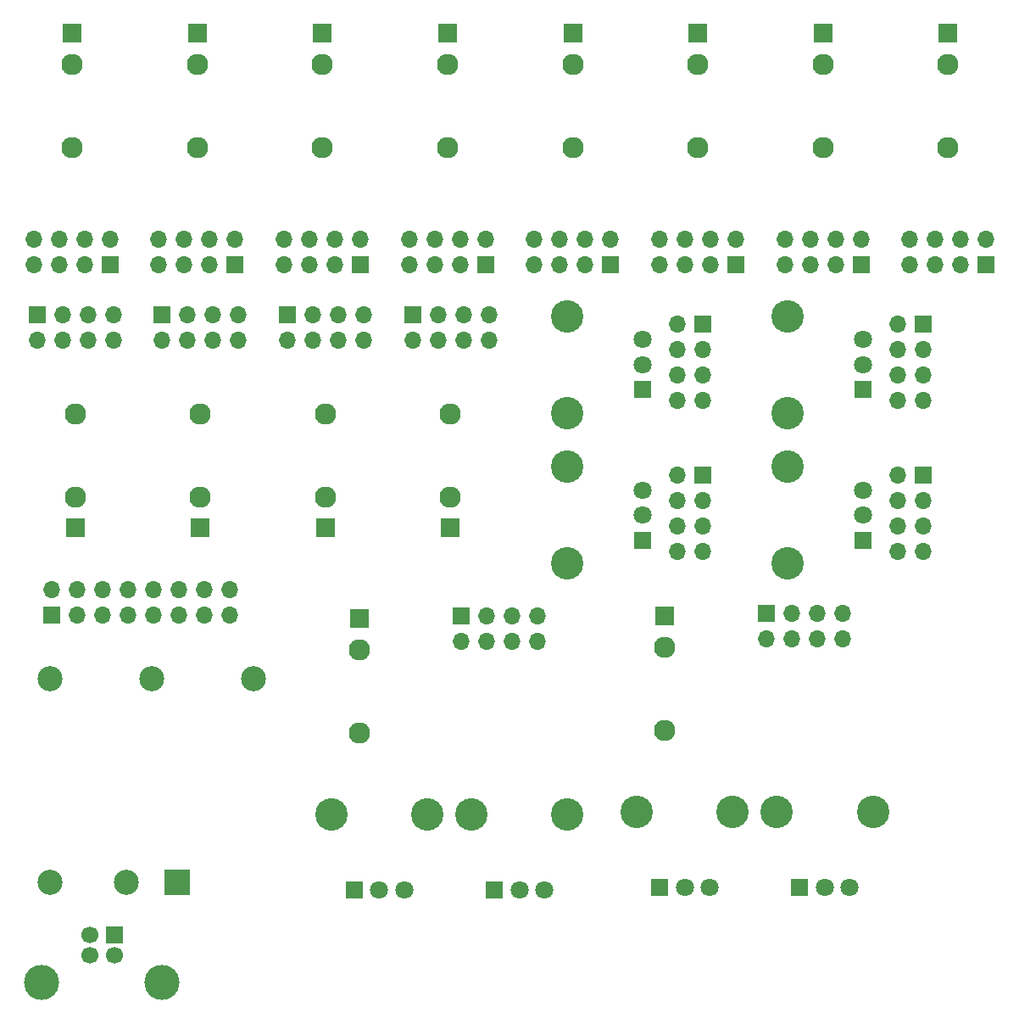
<source format=gbr>
%TF.GenerationSoftware,KiCad,Pcbnew,(6.0.4)*%
%TF.CreationDate,2022-06-03T20:27:28+02:00*%
%TF.ProjectId,vestmannaeyjar-rounded,76657374-6d61-46e6-9e61-65796a61722d,rev?*%
%TF.SameCoordinates,Original*%
%TF.FileFunction,Soldermask,Bot*%
%TF.FilePolarity,Negative*%
%FSLAX46Y46*%
G04 Gerber Fmt 4.6, Leading zero omitted, Abs format (unit mm)*
G04 Created by KiCad (PCBNEW (6.0.4)) date 2022-06-03 20:27:28*
%MOMM*%
%LPD*%
G01*
G04 APERTURE LIST*
%ADD10R,2.500000X2.500000*%
%ADD11C,2.500000*%
%ADD12R,1.930000X1.830000*%
%ADD13C,2.130000*%
%ADD14C,3.240000*%
%ADD15R,1.800000X1.800000*%
%ADD16C,1.800000*%
%ADD17R,1.700000X1.700000*%
%ADD18O,1.700000X1.700000*%
%ADD19C,1.700000*%
%ADD20C,3.500000*%
G04 APERTURE END LIST*
D10*
%TO.C,U3*%
X36540000Y-106655000D03*
D11*
X34000000Y-86335000D03*
X31460000Y-106655000D03*
X44160000Y-86335000D03*
X23840000Y-106655000D03*
X23840000Y-86335000D03*
%TD*%
D12*
%TO.C,J20*%
X38500000Y-21945000D03*
D13*
X38500000Y-33345000D03*
X38500000Y-25045000D03*
%TD*%
D14*
%TO.C,RV3*%
X51880000Y-99892500D03*
X61480000Y-99892500D03*
D15*
X54180000Y-107392500D03*
D16*
X56680000Y-107392500D03*
X59180000Y-107392500D03*
%TD*%
D12*
%TO.C,J2*%
X85180000Y-80084999D03*
D13*
X85180000Y-91484999D03*
X85180000Y-83184999D03*
%TD*%
D12*
%TO.C,J26*%
X26299999Y-71320000D03*
D13*
X26299999Y-59920000D03*
X26299999Y-68220000D03*
%TD*%
D12*
%TO.C,J28*%
X51300000Y-71320000D03*
D13*
X51300000Y-59920000D03*
X51300000Y-68220000D03*
%TD*%
D12*
%TO.C,J11*%
X51000000Y-21945000D03*
D13*
X51000000Y-33345000D03*
X51000000Y-25045000D03*
%TD*%
D14*
%TO.C,RV8*%
X97490000Y-59820000D03*
X97490000Y-50220000D03*
D15*
X104990000Y-57520000D03*
D16*
X104990000Y-55020000D03*
X104990000Y-52520000D03*
%TD*%
D12*
%TO.C,J17*%
X88500000Y-21945000D03*
D13*
X88500000Y-33345000D03*
X88500000Y-25045000D03*
%TD*%
D12*
%TO.C,J7*%
X63500000Y-21945000D03*
D13*
X63500000Y-33345000D03*
X63500000Y-25045000D03*
%TD*%
D14*
%TO.C,RV5*%
X97490000Y-65220000D03*
X97490000Y-74820000D03*
D15*
X104990000Y-72520000D03*
D16*
X104990000Y-70020000D03*
X104990000Y-67520000D03*
%TD*%
D12*
%TO.C,J4*%
X54680000Y-80337500D03*
D13*
X54680000Y-91737500D03*
X54680000Y-83437500D03*
%TD*%
D14*
%TO.C,RV6*%
X75490000Y-50220000D03*
X75490000Y-59820000D03*
D15*
X82990000Y-57520000D03*
D16*
X82990000Y-55020000D03*
X82990000Y-52520000D03*
%TD*%
D14*
%TO.C,RV7*%
X75490000Y-65220000D03*
X75490000Y-74820000D03*
D15*
X82990000Y-72520000D03*
D16*
X82990000Y-70020000D03*
X82990000Y-67520000D03*
%TD*%
D12*
%TO.C,J5*%
X76000000Y-21945000D03*
D13*
X76000000Y-33345000D03*
X76000000Y-25045000D03*
%TD*%
D12*
%TO.C,J13*%
X113500000Y-21945000D03*
D13*
X113500000Y-33345000D03*
X113500000Y-25045000D03*
%TD*%
D14*
%TO.C,RV2*%
X96380000Y-99639999D03*
X105980000Y-99639999D03*
D15*
X98680000Y-107139999D03*
D16*
X101180000Y-107139999D03*
X103680000Y-107139999D03*
%TD*%
D12*
%TO.C,J22*%
X38799999Y-71320000D03*
D13*
X38799999Y-59920000D03*
X38799999Y-68220000D03*
%TD*%
D14*
%TO.C,RV4*%
X65880000Y-99892500D03*
X75480000Y-99892500D03*
D15*
X68180000Y-107392500D03*
D16*
X70680000Y-107392500D03*
X73180000Y-107392500D03*
%TD*%
D17*
%TO.C,J33*%
X24000000Y-80000000D03*
D18*
X24000000Y-77460000D03*
X26540000Y-80000000D03*
X26540000Y-77460000D03*
X29080000Y-80000000D03*
X29080000Y-77460000D03*
X31620000Y-80000000D03*
X31620000Y-77460000D03*
X34160000Y-80000000D03*
X34160000Y-77460000D03*
X36700000Y-80000000D03*
X36700000Y-77460000D03*
X39240000Y-80000000D03*
X39240000Y-77460000D03*
X41780000Y-80000000D03*
X41780000Y-77460000D03*
%TD*%
D17*
%TO.C,J37*%
X30250000Y-111917500D03*
D19*
X27750000Y-111917500D03*
X27750000Y-113917500D03*
X30250000Y-113917500D03*
D20*
X35020000Y-116627500D03*
X22980000Y-116627500D03*
%TD*%
D12*
%TO.C,J24*%
X63799999Y-71320000D03*
D13*
X63799999Y-59920000D03*
X63799999Y-68220000D03*
%TD*%
D14*
%TO.C,RV1*%
X82380000Y-99639999D03*
X91980000Y-99639999D03*
D15*
X84680000Y-107139999D03*
D16*
X87180000Y-107139999D03*
X89680000Y-107139999D03*
%TD*%
D12*
%TO.C,J15*%
X26000000Y-21945000D03*
D13*
X26000000Y-33345000D03*
X26000000Y-25045000D03*
%TD*%
D12*
%TO.C,J9*%
X101000000Y-21945000D03*
D13*
X101000000Y-33345000D03*
X101000000Y-25045000D03*
%TD*%
D17*
%TO.C,J31*%
X89000000Y-66000000D03*
D18*
X86460000Y-66000000D03*
X89000000Y-68540000D03*
X86460000Y-68540000D03*
X89000000Y-71080000D03*
X86460000Y-71080000D03*
X89000000Y-73620000D03*
X86460000Y-73620000D03*
%TD*%
D17*
%TO.C,J14*%
X117300000Y-45000000D03*
D18*
X117300000Y-42460000D03*
X114760000Y-45000000D03*
X114760000Y-42460000D03*
X112220000Y-45000000D03*
X112220000Y-42460000D03*
X109680000Y-45000000D03*
X109680000Y-42460000D03*
%TD*%
D17*
%TO.C,J25*%
X22500000Y-50000000D03*
D18*
X22500000Y-52540000D03*
X25040000Y-50000000D03*
X25040000Y-52540000D03*
X27580000Y-50000000D03*
X27580000Y-52540000D03*
X30120000Y-50000000D03*
X30120000Y-52540000D03*
%TD*%
D17*
%TO.C,J16*%
X29800000Y-45000000D03*
D18*
X29800000Y-42460000D03*
X27260000Y-45000000D03*
X27260000Y-42460000D03*
X24720000Y-45000000D03*
X24720000Y-42460000D03*
X22180000Y-45000000D03*
X22180000Y-42460000D03*
%TD*%
D17*
%TO.C,J18*%
X35000000Y-50000000D03*
D18*
X35000000Y-52540000D03*
X37540000Y-50000000D03*
X37540000Y-52540000D03*
X40080000Y-50000000D03*
X40080000Y-52540000D03*
X42620000Y-50000000D03*
X42620000Y-52540000D03*
%TD*%
D17*
%TO.C,J12*%
X54800000Y-45000000D03*
D18*
X54800000Y-42460000D03*
X52260000Y-45000000D03*
X52260000Y-42460000D03*
X49720000Y-45000000D03*
X49720000Y-42460000D03*
X47180000Y-45000000D03*
X47180000Y-42460000D03*
%TD*%
D17*
%TO.C,J19*%
X92300000Y-45000000D03*
D18*
X92300000Y-42460000D03*
X89760000Y-45000000D03*
X89760000Y-42460000D03*
X87220000Y-45000000D03*
X87220000Y-42460000D03*
X84680000Y-45000000D03*
X84680000Y-42460000D03*
%TD*%
D17*
%TO.C,J1*%
X95380000Y-79864999D03*
D18*
X95380000Y-82404999D03*
X97920000Y-79864999D03*
X97920000Y-82404999D03*
X100460000Y-79864999D03*
X100460000Y-82404999D03*
X103000000Y-79864999D03*
X103000000Y-82404999D03*
%TD*%
D17*
%TO.C,J30*%
X89000000Y-51000000D03*
D18*
X86460000Y-51000000D03*
X89000000Y-53540000D03*
X86460000Y-53540000D03*
X89000000Y-56080000D03*
X86460000Y-56080000D03*
X89000000Y-58620000D03*
X86460000Y-58620000D03*
%TD*%
D17*
%TO.C,J6*%
X79800000Y-45000000D03*
D18*
X79800000Y-42460000D03*
X77260000Y-45000000D03*
X77260000Y-42460000D03*
X74720000Y-45000000D03*
X74720000Y-42460000D03*
X72180000Y-45000000D03*
X72180000Y-42460000D03*
%TD*%
D17*
%TO.C,J3*%
X64880000Y-80117500D03*
D18*
X64880000Y-82657500D03*
X67420000Y-80117500D03*
X67420000Y-82657500D03*
X69960000Y-80117500D03*
X69960000Y-82657500D03*
X72500000Y-80117500D03*
X72500000Y-82657500D03*
%TD*%
D17*
%TO.C,J10*%
X104800000Y-45000000D03*
D18*
X104800000Y-42460000D03*
X102260000Y-45000000D03*
X102260000Y-42460000D03*
X99720000Y-45000000D03*
X99720000Y-42460000D03*
X97180000Y-45000000D03*
X97180000Y-42460000D03*
%TD*%
D17*
%TO.C,J32*%
X111000000Y-51000000D03*
D18*
X108460000Y-51000000D03*
X111000000Y-53540000D03*
X108460000Y-53540000D03*
X111000000Y-56080000D03*
X108460000Y-56080000D03*
X111000000Y-58620000D03*
X108460000Y-58620000D03*
%TD*%
D17*
%TO.C,J21*%
X42300000Y-45000000D03*
D18*
X42300000Y-42460000D03*
X39760000Y-45000000D03*
X39760000Y-42460000D03*
X37220000Y-45000000D03*
X37220000Y-42460000D03*
X34680000Y-45000000D03*
X34680000Y-42460000D03*
%TD*%
D17*
%TO.C,J23*%
X60000000Y-50000000D03*
D18*
X60000000Y-52540000D03*
X62540000Y-50000000D03*
X62540000Y-52540000D03*
X65080000Y-50000000D03*
X65080000Y-52540000D03*
X67620000Y-50000000D03*
X67620000Y-52540000D03*
%TD*%
D17*
%TO.C,J29*%
X111000000Y-66000000D03*
D18*
X108460000Y-66000000D03*
X111000000Y-68540000D03*
X108460000Y-68540000D03*
X111000000Y-71080000D03*
X108460000Y-71080000D03*
X111000000Y-73620000D03*
X108460000Y-73620000D03*
%TD*%
D17*
%TO.C,J8*%
X67300000Y-45000000D03*
D18*
X67300000Y-42460000D03*
X64760000Y-45000000D03*
X64760000Y-42460000D03*
X62220000Y-45000000D03*
X62220000Y-42460000D03*
X59680000Y-45000000D03*
X59680000Y-42460000D03*
%TD*%
D17*
%TO.C,J27*%
X47500001Y-50000000D03*
D18*
X47500001Y-52540000D03*
X50040001Y-50000000D03*
X50040001Y-52540000D03*
X52580001Y-50000000D03*
X52580001Y-52540000D03*
X55120001Y-50000000D03*
X55120001Y-52540000D03*
%TD*%
M02*

</source>
